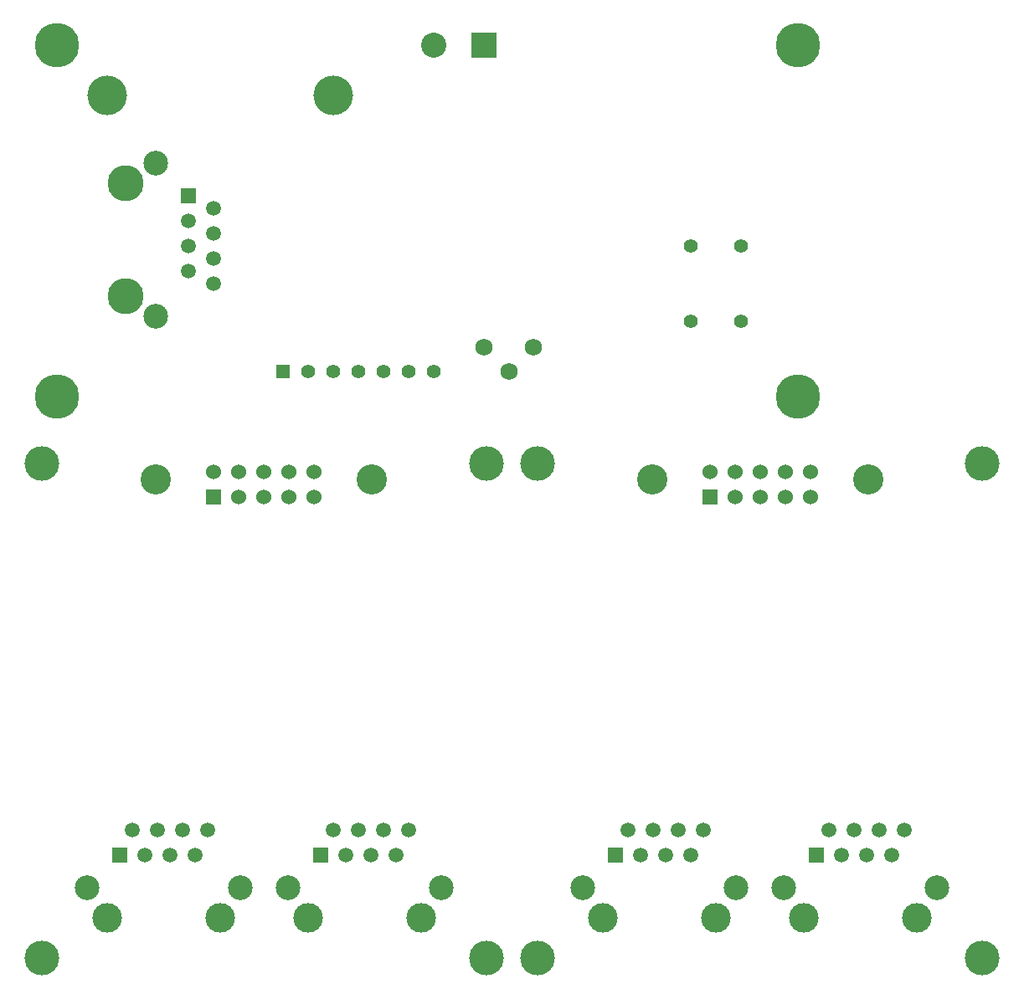
<source format=gbs>
G04 (created by PCBNEW (2013-may-18)-stable) date Tue 21 Oct 2014 09:53:05 PM CEST*
%MOIN*%
G04 Gerber Fmt 3.4, Leading zero omitted, Abs format*
%FSLAX34Y34*%
G01*
G70*
G90*
G04 APERTURE LIST*
%ADD10C,0.00590551*%
%ADD11C,0.12*%
%ADD12R,0.06X0.06*%
%ADD13C,0.06*%
%ADD14C,0.137795*%
%ADD15C,0.11811*%
%ADD16R,0.0591X0.0591*%
%ADD17C,0.0591*%
%ADD18C,0.0984252*%
%ADD19C,0.0689*%
%ADD20C,0.055*%
%ADD21C,0.1437*%
%ADD22R,0.1X0.1*%
%ADD23C,0.1*%
%ADD24R,0.055X0.055*%
%ADD25C,0.177165*%
%ADD26C,0.1575*%
G04 APERTURE END LIST*
G54D10*
G54D11*
X95550Y-48800D03*
X86950Y-48800D03*
G54D12*
X89250Y-49500D03*
G54D13*
X89250Y-48500D03*
X90250Y-49500D03*
X90250Y-48500D03*
X91250Y-49500D03*
X91250Y-48500D03*
X92250Y-49500D03*
X92250Y-48500D03*
X93250Y-49500D03*
X93250Y-48500D03*
G54D14*
X100100Y-48150D03*
X100100Y-67850D03*
X82400Y-67850D03*
X82400Y-48150D03*
G54D15*
X89500Y-66250D03*
X85000Y-66250D03*
G54D16*
X85500Y-63750D03*
G54D17*
X86000Y-62750D03*
X86500Y-63750D03*
X87000Y-62750D03*
X87500Y-63750D03*
X88000Y-62750D03*
X88500Y-63750D03*
X89000Y-62750D03*
G54D18*
X84200Y-65049D03*
X90300Y-65049D03*
G54D15*
X97500Y-66250D03*
X93000Y-66250D03*
G54D16*
X93500Y-63750D03*
G54D17*
X94000Y-62750D03*
X94500Y-63750D03*
X95000Y-62750D03*
X95500Y-63750D03*
X96000Y-62750D03*
X96500Y-63750D03*
X97000Y-62750D03*
G54D18*
X92200Y-65049D03*
X98300Y-65049D03*
G54D15*
X77750Y-66250D03*
X73250Y-66250D03*
G54D16*
X73750Y-63750D03*
G54D17*
X74250Y-62750D03*
X74750Y-63750D03*
X75250Y-62750D03*
X75750Y-63750D03*
X76250Y-62750D03*
X76750Y-63750D03*
X77250Y-62750D03*
G54D18*
X72450Y-65049D03*
X78550Y-65049D03*
G54D15*
X69750Y-66250D03*
X65250Y-66250D03*
G54D16*
X65750Y-63750D03*
G54D17*
X66250Y-62750D03*
X66750Y-63750D03*
X67250Y-62750D03*
X67750Y-63750D03*
X68250Y-62750D03*
X68750Y-63750D03*
X69250Y-62750D03*
G54D18*
X64450Y-65049D03*
X70550Y-65049D03*
G54D14*
X62650Y-48150D03*
X62650Y-67850D03*
X80350Y-67850D03*
X80350Y-48150D03*
G54D11*
X75800Y-48800D03*
X67200Y-48800D03*
G54D12*
X69500Y-49500D03*
G54D13*
X69500Y-48500D03*
X70500Y-49500D03*
X70500Y-48500D03*
X71500Y-49500D03*
X71500Y-48500D03*
X72500Y-49500D03*
X72500Y-48500D03*
X73500Y-49500D03*
X73500Y-48500D03*
G54D19*
X82234Y-43508D03*
X81250Y-44492D03*
X80266Y-43508D03*
G54D20*
X88500Y-39500D03*
X90500Y-39500D03*
X88500Y-42500D03*
X90500Y-42500D03*
G54D21*
X66000Y-41500D03*
X66000Y-37000D03*
G54D16*
X68500Y-37500D03*
G54D17*
X69500Y-38000D03*
X68500Y-38500D03*
X69500Y-39000D03*
X68500Y-39500D03*
X69500Y-40000D03*
X68500Y-40500D03*
X69500Y-41000D03*
G54D18*
X67200Y-36200D03*
X67200Y-42300D03*
G54D22*
X80250Y-31500D03*
G54D23*
X78250Y-31500D03*
G54D24*
X72250Y-44500D03*
G54D20*
X73250Y-44500D03*
X74250Y-44500D03*
X75250Y-44500D03*
X76250Y-44500D03*
X77250Y-44500D03*
X78250Y-44500D03*
G54D25*
X63250Y-31500D03*
X92750Y-31500D03*
X92750Y-45500D03*
X63250Y-45500D03*
G54D26*
X65250Y-33500D03*
X74250Y-33500D03*
M02*

</source>
